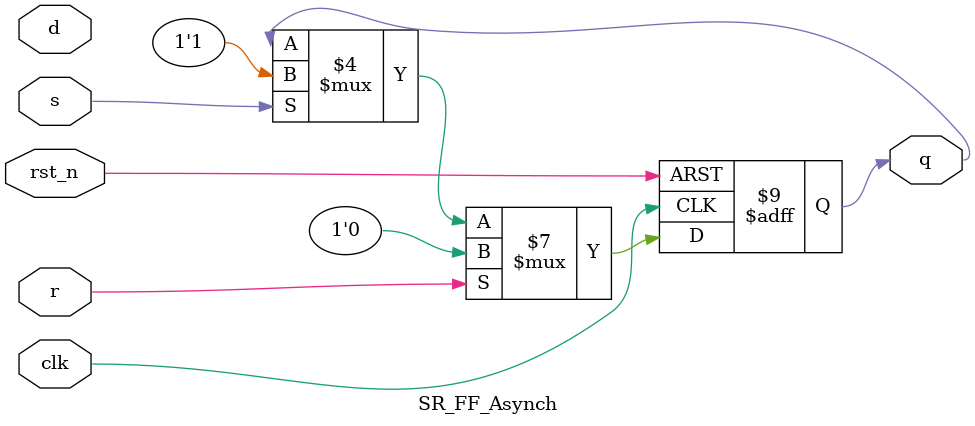
<source format=sv>

module D_FF_Synch(clk, rst_n, q, d);
input rst_n, clk, d;
output reg q;

always_ff @(posedge clk)
  if(!rst_n)
  q<= '0;       // put 0 in q if rst is activated
else 
  q<= d;        // else put d

endmodule

// Answer to part (c)
// D-FF with asynchronous active low reset and an active high enable.
module D_FF_Asynch(clk, rst_n, q, d, en);
input d, en, rst_n, clk;
output reg q;

always_ff @(posedge clk, negedge rst_n)
  if (!rst_n) 
    q <= 1'b0;	   // asynch reset
  else if (en)
    q <= d;	  // enabling condition
  else
    q <= q;	  // keep older value

endmodule

// Answer to (d)
// SR FF with active low asynchronous reset.
module SR_FF_Asynch(clk, rst_n, q, d, s, r);
input rst_n, d, s, r, clk;
output reg q;
always_ff @(posedge clk, negedge rst_n)
  if (!rst_n)  // asynch reset
    q <= 1'b0;	  
   else if (r)  // If reset is 1, output is reset.
      q <= 1'b0;	 
   else if(s) // if set is 1, output is set.
      q <= 1'b1;
   else 
      q <= q;

endmodule

// Answer to (e)
// No. As a programmer, you will get a warning when trying to infer anything other than an FF, in an
// always_ff block. But the program still compiles and runs if you force it by ignoring the warnings. There
// are ways to force the synthesizer to infer a latch, from an always ff block.
 
</source>
